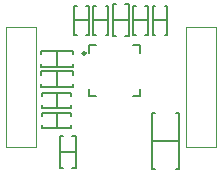
<source format=gto>
G04*
G04 #@! TF.GenerationSoftware,Altium Limited,Altium Designer,18.1.9 (240)*
G04*
G04 Layer_Color=65535*
%FSLAX25Y25*%
%MOIN*%
G70*
G01*
G75*
%ADD10C,0.00984*%
%ADD11C,0.00394*%
%ADD12C,0.00591*%
%ADD13C,0.00787*%
D10*
X30905Y40575D02*
G03*
X30905Y40575I-492J0D01*
G01*
D11*
X64350Y9528D02*
Y49528D01*
X74350Y9528D02*
Y49528D01*
X64350Y9528D02*
X74350D01*
X64350Y49528D02*
X74350D01*
X4350Y9528D02*
Y49528D01*
X14350Y9528D02*
Y49528D01*
X4350Y9528D02*
X14350D01*
X4350Y49528D02*
X14350D01*
D12*
X37587Y46850D02*
X38472D01*
X33551D02*
X34437D01*
X33551Y56496D02*
X34437D01*
X37587D02*
X38472D01*
X33551Y51673D02*
X38472D01*
X33551Y46850D02*
Y56496D01*
X38472Y46850D02*
Y56496D01*
X50787Y46850D02*
X51673D01*
X46752D02*
X47638D01*
X46752Y56496D02*
X47638D01*
X50787D02*
X51673D01*
X46752Y51673D02*
X51673D01*
X46752Y46850D02*
Y56496D01*
X51673Y46850D02*
Y56496D01*
X26181Y26550D02*
Y27436D01*
Y22514D02*
Y23400D01*
X16535Y22514D02*
Y23400D01*
Y26550D02*
Y27436D01*
X21358Y22514D02*
Y27436D01*
X16535Y22514D02*
X26181D01*
X16535Y27436D02*
X26181D01*
X57283Y46850D02*
X58169D01*
X53248D02*
X54134D01*
X53248Y56496D02*
X54134D01*
X57283D02*
X58169D01*
X53248Y51673D02*
X58169D01*
X53248Y46850D02*
Y56496D01*
X58169Y46850D02*
Y56496D01*
X27165D02*
X28051D01*
X31201D02*
X32086D01*
X31201Y46850D02*
X32086D01*
X27165D02*
X28051D01*
X27165Y51673D02*
X32086D01*
Y46850D02*
Y56496D01*
X27165Y46850D02*
Y56496D01*
X39960Y51673D02*
X45275D01*
X39960Y46457D02*
X41043D01*
X39960D02*
Y56890D01*
X41043D01*
X44193D02*
X45275D01*
Y46457D02*
Y56890D01*
X44193Y46457D02*
X45275D01*
X21358Y36047D02*
Y41362D01*
X26575Y36047D02*
Y37130D01*
X16141Y36047D02*
X26575D01*
X16141D02*
Y37130D01*
Y40279D02*
Y41362D01*
X26575D01*
Y40279D02*
Y41362D01*
X22244Y7677D02*
X27559D01*
X26476Y12894D02*
X27559D01*
Y2461D02*
Y12894D01*
X26476Y2461D02*
X27559D01*
X22244D02*
X23327D01*
X22244D02*
Y12894D01*
X23327D01*
X21358Y29281D02*
Y34596D01*
X16141Y33513D02*
Y34596D01*
X26575D01*
Y33513D02*
Y34596D01*
Y29281D02*
Y30363D01*
X16141Y29281D02*
X26575D01*
X16141D02*
Y30363D01*
X26181Y19783D02*
Y20669D01*
Y15748D02*
Y16634D01*
X16535Y15748D02*
Y16634D01*
Y19783D02*
Y20669D01*
X21358Y15748D02*
Y20669D01*
X16535Y15748D02*
X26181D01*
X16535Y20669D02*
X26181D01*
X60925Y2067D02*
X61909D01*
Y20767D01*
X60925D02*
X61909D01*
X53051D02*
X54035D01*
X53051Y2067D02*
Y20767D01*
Y2067D02*
X54035D01*
X53051Y11417D02*
X61909D01*
D13*
X32185Y26303D02*
X34547D01*
X32185D02*
Y28665D01*
X46752Y26303D02*
X49114D01*
Y28665D01*
Y40870D02*
Y43232D01*
X46752D02*
X49114D01*
X32185D02*
X34547D01*
X32185Y40870D02*
Y43232D01*
M02*

</source>
